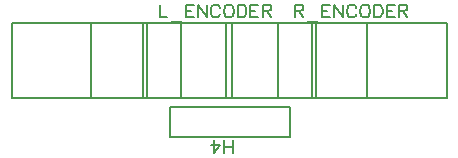
<source format=gto>
G04 Layer: TopSilkscreenLayer*
G04 EasyEDA v6.5.34, 2023-09-07 22:51:50*
G04 1c4de64a70be403faa317df9fd9dba8d,0b3e81c085af431c91bff7fd5324728f,10*
G04 Gerber Generator version 0.2*
G04 Scale: 100 percent, Rotated: No, Reflected: No *
G04 Dimensions in millimeters *
G04 leading zeros omitted , absolute positions ,4 integer and 5 decimal *
%FSLAX45Y45*%
%MOMM*%

%ADD10C,0.1524*%
%ADD11C,0.2032*%
%ADD12C,0.2030*%
%ADD13C,0.1501*%

%LPD*%
D10*
X2032000Y-1015D02*
G01*
X2032000Y107950D01*
X1959356Y-1015D02*
G01*
X1959356Y107950D01*
X2032000Y50800D02*
G01*
X1959356Y50800D01*
X1872995Y-1015D02*
G01*
X1925065Y71628D01*
X1847087Y71628D01*
X1872995Y-1015D02*
G01*
X1872995Y107950D01*
X1409700Y1258315D02*
G01*
X1409700Y1149350D01*
X1409700Y1149350D02*
G01*
X1471929Y1149350D01*
X1506220Y1112773D02*
G01*
X1599945Y1112773D01*
X1634236Y1258315D02*
G01*
X1634236Y1149350D01*
X1634236Y1258315D02*
G01*
X1701800Y1258315D01*
X1634236Y1206500D02*
G01*
X1675637Y1206500D01*
X1634236Y1149350D02*
G01*
X1701800Y1149350D01*
X1736089Y1258315D02*
G01*
X1736089Y1149350D01*
X1736089Y1258315D02*
G01*
X1808734Y1149350D01*
X1808734Y1258315D02*
G01*
X1808734Y1149350D01*
X1921002Y1232407D02*
G01*
X1915668Y1242821D01*
X1905254Y1253236D01*
X1894839Y1258315D01*
X1874265Y1258315D01*
X1863852Y1253236D01*
X1853437Y1242821D01*
X1848104Y1232407D01*
X1843023Y1216660D01*
X1843023Y1190752D01*
X1848104Y1175257D01*
X1853437Y1164844D01*
X1863852Y1154429D01*
X1874265Y1149350D01*
X1894839Y1149350D01*
X1905254Y1154429D01*
X1915668Y1164844D01*
X1921002Y1175257D01*
X1986279Y1258315D02*
G01*
X1976120Y1253236D01*
X1965706Y1242821D01*
X1960372Y1232407D01*
X1955291Y1216660D01*
X1955291Y1190752D01*
X1960372Y1175257D01*
X1965706Y1164844D01*
X1976120Y1154429D01*
X1986279Y1149350D01*
X2007108Y1149350D01*
X2017522Y1154429D01*
X2027936Y1164844D01*
X2033270Y1175257D01*
X2038350Y1190752D01*
X2038350Y1216660D01*
X2033270Y1232407D01*
X2027936Y1242821D01*
X2017522Y1253236D01*
X2007108Y1258315D01*
X1986279Y1258315D01*
X2072640Y1258315D02*
G01*
X2072640Y1149350D01*
X2072640Y1258315D02*
G01*
X2108961Y1258315D01*
X2124709Y1253236D01*
X2134870Y1242821D01*
X2140204Y1232407D01*
X2145284Y1216660D01*
X2145284Y1190752D01*
X2140204Y1175257D01*
X2134870Y1164844D01*
X2124709Y1154429D01*
X2108961Y1149350D01*
X2072640Y1149350D01*
X2179574Y1258315D02*
G01*
X2179574Y1149350D01*
X2179574Y1258315D02*
G01*
X2247138Y1258315D01*
X2179574Y1206500D02*
G01*
X2221229Y1206500D01*
X2179574Y1149350D02*
G01*
X2247138Y1149350D01*
X2281427Y1258315D02*
G01*
X2281427Y1149350D01*
X2281427Y1258315D02*
G01*
X2328163Y1258315D01*
X2343911Y1253236D01*
X2348991Y1247902D01*
X2354325Y1237487D01*
X2354325Y1227073D01*
X2348991Y1216660D01*
X2343911Y1211579D01*
X2328163Y1206500D01*
X2281427Y1206500D01*
X2317750Y1206500D02*
G01*
X2354325Y1149350D01*
X2552700Y1258315D02*
G01*
X2552700Y1149350D01*
X2552700Y1258315D02*
G01*
X2599436Y1258315D01*
X2614929Y1253236D01*
X2620263Y1247902D01*
X2625343Y1237487D01*
X2625343Y1227073D01*
X2620263Y1216660D01*
X2614929Y1211579D01*
X2599436Y1206500D01*
X2552700Y1206500D01*
X2589022Y1206500D02*
G01*
X2625343Y1149350D01*
X2659634Y1112773D02*
G01*
X2753359Y1112773D01*
X2787650Y1258315D02*
G01*
X2787650Y1149350D01*
X2787650Y1258315D02*
G01*
X2854959Y1258315D01*
X2787650Y1206500D02*
G01*
X2829052Y1206500D01*
X2787650Y1149350D02*
G01*
X2854959Y1149350D01*
X2889250Y1258315D02*
G01*
X2889250Y1149350D01*
X2889250Y1258315D02*
G01*
X2962147Y1149350D01*
X2962147Y1258315D02*
G01*
X2962147Y1149350D01*
X3074415Y1232407D02*
G01*
X3069081Y1242821D01*
X3058668Y1253236D01*
X3048254Y1258315D01*
X3027679Y1258315D01*
X3017265Y1253236D01*
X3006852Y1242821D01*
X3001518Y1232407D01*
X2996438Y1216660D01*
X2996438Y1190752D01*
X3001518Y1175257D01*
X3006852Y1164844D01*
X3017265Y1154429D01*
X3027679Y1149350D01*
X3048254Y1149350D01*
X3058668Y1154429D01*
X3069081Y1164844D01*
X3074415Y1175257D01*
X3139693Y1258315D02*
G01*
X3129279Y1253236D01*
X3119120Y1242821D01*
X3113786Y1232407D01*
X3108706Y1216660D01*
X3108706Y1190752D01*
X3113786Y1175257D01*
X3119120Y1164844D01*
X3129279Y1154429D01*
X3139693Y1149350D01*
X3160522Y1149350D01*
X3170936Y1154429D01*
X3181350Y1164844D01*
X3186429Y1175257D01*
X3191763Y1190752D01*
X3191763Y1216660D01*
X3186429Y1232407D01*
X3181350Y1242821D01*
X3170936Y1253236D01*
X3160522Y1258315D01*
X3139693Y1258315D01*
X3226054Y1258315D02*
G01*
X3226054Y1149350D01*
X3226054Y1258315D02*
G01*
X3262375Y1258315D01*
X3277870Y1253236D01*
X3288284Y1242821D01*
X3293618Y1232407D01*
X3298697Y1216660D01*
X3298697Y1190752D01*
X3293618Y1175257D01*
X3288284Y1164844D01*
X3277870Y1154429D01*
X3262375Y1149350D01*
X3226054Y1149350D01*
X3332988Y1258315D02*
G01*
X3332988Y1149350D01*
X3332988Y1258315D02*
G01*
X3400552Y1258315D01*
X3332988Y1206500D02*
G01*
X3374643Y1206500D01*
X3332988Y1149350D02*
G01*
X3400552Y1149350D01*
X3434841Y1258315D02*
G01*
X3434841Y1149350D01*
X3434841Y1258315D02*
G01*
X3481577Y1258315D01*
X3497325Y1253236D01*
X3502406Y1247902D01*
X3507740Y1237487D01*
X3507740Y1227073D01*
X3502406Y1216660D01*
X3497325Y1211579D01*
X3481577Y1206500D01*
X3434841Y1206500D01*
X3471163Y1206500D02*
G01*
X3507740Y1149350D01*
D11*
X1498600Y139700D02*
G01*
X1498600Y393700D01*
X2514600Y393700D01*
X2514600Y139700D01*
X2324100Y139700D01*
D12*
X1498600Y139700D02*
G01*
X2324100Y139700D01*
D13*
X158699Y1106500D02*
G01*
X158699Y471500D01*
X158699Y471500D02*
G01*
X2698699Y471500D01*
X2698699Y471500D02*
G01*
X2698699Y1106500D01*
X158699Y1106500D01*
X831799Y1100150D02*
G01*
X831799Y471500D01*
X1269949Y1100150D02*
G01*
X1269949Y471500D01*
X1587449Y1100150D02*
G01*
X1587449Y471500D01*
X2025599Y1100150D02*
G01*
X2025599Y789000D01*
X2025599Y471500D01*
X1301699Y1106500D02*
G01*
X1301699Y471500D01*
X1301699Y471500D02*
G01*
X3841699Y471500D01*
X3841699Y471500D02*
G01*
X3841699Y1106500D01*
X1301699Y1106500D01*
X1974799Y1100150D02*
G01*
X1974799Y471500D01*
X2412949Y1100150D02*
G01*
X2412949Y471500D01*
X2730449Y1100150D02*
G01*
X2730449Y471500D01*
X3168599Y1100150D02*
G01*
X3168599Y789000D01*
X3168599Y471500D01*
M02*

</source>
